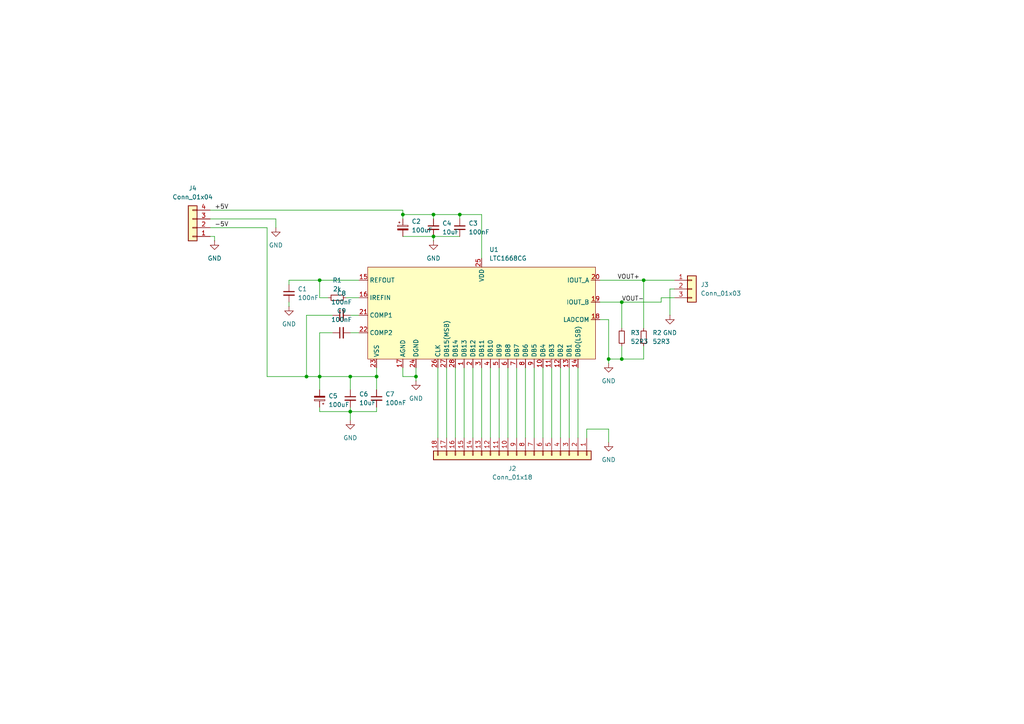
<source format=kicad_sch>
(kicad_sch (version 20231120) (generator "eeschema") (generator_version "8.0")
  (paper "A4")
  (lib_symbols
    (symbol "Connector_Generic:Conn_01x03" (pin_names (offset 1.016) hide)
      (property "Reference" "J" (at 0 5.08 0))
      (property "Value" "Conn_01x03" (at 0 -5.08 0))
      (symbol "Conn_01x03_1_1"
        (rectangle (start -1.27 -2.413) (end 0 -2.667) (stroke (width 0.1524)))
        (rectangle (start -1.27 0.127) (end 0 -0.127) (stroke (width 0.1524)))
        (rectangle (start -1.27 2.667) (end 0 2.413) (stroke (width 0.1524)))
        (rectangle (start -1.27 3.81) (end 1.27 -3.81) (stroke (width 0.254)) (fill (type background)))
        (pin passive line (at -5.08 2.54 0) (length 3.81) (name "Pin_1") (number "1"))
        (pin passive line (at -5.08 0 0) (length 3.81) (name "Pin_2") (number "2"))
        (pin passive line (at -5.08 -2.54 0) (length 3.81) (name "Pin_3") (number "3"))
      )
    )
    (symbol "Connector_Generic:Conn_01x04" (pin_names (offset 1.016) hide)
      (property "Reference" "J" (at 0 5.08 0))
      (property "Value" "Conn_01x04" (at 0 -7.62 0))
      (symbol "Conn_01x04_1_1"
        (rectangle (start -1.27 -4.953) (end 0 -5.207) (stroke (width 0.1524)))
        (rectangle (start -1.27 -2.413) (end 0 -2.667) (stroke (width 0.1524)))
        (rectangle (start -1.27 0.127) (end 0 -0.127) (stroke (width 0.1524)))
        (rectangle (start -1.27 2.667) (end 0 2.413) (stroke (width 0.1524)))
        (rectangle (start -1.27 3.81) (end 1.27 -6.35) (stroke (width 0.254)) (fill (type background)))
        (pin passive line (at -5.08 2.54 0) (length 3.81) (name "Pin_1") (number "1"))
        (pin passive line (at -5.08 0 0) (length 3.81) (name "Pin_2") (number "2"))
        (pin passive line (at -5.08 -2.54 0) (length 3.81) (name "Pin_3") (number "3"))
        (pin passive line (at -5.08 -5.08 0) (length 3.81) (name "Pin_4") (number "4"))
      )
    )
    (symbol "Connector_Generic:Conn_01x18" (pin_names (offset 1.016) hide)
      (property "Reference" "J" (at 0 22.86 0))
      (property "Value" "Conn_01x18" (at 0 -25.4 0))
      (symbol "Conn_01x18_1_1"
        (rectangle (start -1.27 -22.733) (end 0 -22.987) (stroke (width 0.1524)))
        (rectangle (start -1.27 -20.193) (end 0 -20.447) (stroke (width 0.1524)))
        (rectangle (start -1.27 -17.653) (end 0 -17.907) (stroke (width 0.1524)))
        (rectangle (start -1.27 -15.113) (end 0 -15.367) (stroke (width 0.1524)))
        (rectangle (start -1.27 -12.573) (end 0 -12.827) (stroke (width 0.1524)))
        (rectangle (start -1.27 -10.033) (end 0 -10.287) (stroke (width 0.1524)))
        (rectangle (start -1.27 -7.493) (end 0 -7.747) (stroke (width 0.1524)))
        (rectangle (start -1.27 -4.953) (end 0 -5.207) (stroke (width 0.1524)))
        (rectangle (start -1.27 -2.413) (end 0 -2.667) (stroke (width 0.1524)))
        (rectangle (start -1.27 0.127) (end 0 -0.127) (stroke (width 0.1524)))
        (rectangle (start -1.27 2.667) (end 0 2.413) (stroke (width 0.1524)))
        (rectangle (start -1.27 5.207) (end 0 4.953) (stroke (width 0.1524)))
        (rectangle (start -1.27 7.747) (end 0 7.493) (stroke (width 0.1524)))
        (rectangle (start -1.27 10.287) (end 0 10.033) (stroke (width 0.1524)))
        (rectangle (start -1.27 12.827) (end 0 12.573) (stroke (width 0.1524)))
        (rectangle (start -1.27 15.367) (end 0 15.113) (stroke (width 0.1524)))
        (rectangle (start -1.27 17.907) (end 0 17.653) (stroke (width 0.1524)))
        (rectangle (start -1.27 20.447) (end 0 20.193) (stroke (width 0.1524)))
        (rectangle (start -1.27 21.59) (end 1.27 -24.13) (stroke (width 0.254)) (fill (type background)))
        (pin passive line (at -5.08 20.32 0) (length 3.81) (name "Pin_1") (number "1"))
        (pin passive line (at -5.08 -2.54 0) (length 3.81) (name "Pin_10") (number "10"))
        (pin passive line (at -5.08 -5.08 0) (length 3.81) (name "Pin_11") (number "11"))
        (pin passive line (at -5.08 -7.62 0) (length 3.81) (name "Pin_12") (number "12"))
        (pin passive line (at -5.08 -10.16 0) (length 3.81) (name "Pin_13") (number "13"))
        (pin passive line (at -5.08 -12.7 0) (length 3.81) (name "Pin_14") (number "14"))
        (pin passive line (at -5.08 -15.24 0) (length 3.81) (name "Pin_15") (number "15"))
        (pin passive line (at -5.08 -17.78 0) (length 3.81) (name "Pin_16") (number "16"))
        (pin passive line (at -5.08 -20.32 0) (length 3.81) (name "Pin_17") (number "17"))
        (pin passive line (at -5.08 -22.86 0) (length 3.81) (name "Pin_18") (number "18"))
        (pin passive line (at -5.08 17.78 0) (length 3.81) (name "Pin_2") (number "2"))
        (pin passive line (at -5.08 15.24 0) (length 3.81) (name "Pin_3") (number "3"))
        (pin passive line (at -5.08 12.7 0) (length 3.81) (name "Pin_4") (number "4"))
        (pin passive line (at -5.08 10.16 0) (length 3.81) (name "Pin_5") (number "5"))
        (pin passive line (at -5.08 7.62 0) (length 3.81) (name "Pin_6") (number "6"))
        (pin passive line (at -5.08 5.08 0) (length 3.81) (name "Pin_7") (number "7"))
        (pin passive line (at -5.08 2.54 0) (length 3.81) (name "Pin_8") (number "8"))
        (pin passive line (at -5.08 0 0) (length 3.81) (name "Pin_9") (number "9"))
      )
    )
    (symbol "Device:C_Polarized_Small" (pin_numbers hide) (pin_names (offset 0.254) hide)
      (property "Reference" "C" (at 0.254 1.778 0))
      (property "Value" "C_Polarized_Small" (at 0.254 -2.032 0))
      (symbol "C_Polarized_Small_0_1"
        (rectangle (start -1.524 -0.3048) (end 1.524 -0.6858) (fill (type outline)))
        (rectangle (start -1.524 0.6858) (end 1.524 0.3048))
        (polyline (pts (xy -1.27 1.524) (xy -0.762 1.524)))
        (polyline (pts (xy -1.016 1.27) (xy -1.016 1.778)))
      )
      (symbol "C_Polarized_Small_1_1"
        (pin passive line (at 0 2.54 270) (length 1.8542) (name "~") (number "1"))
        (pin passive line (at 0 -2.54 90) (length 1.8542) (name "~") (number "2"))
      )
    )
    (symbol "Device:C_Small" (pin_numbers hide) (pin_names (offset 0.254) hide)
      (property "Reference" "C" (at 0.254 1.778 0))
      (property "Value" "C_Small" (at 0.254 -2.032 0))
      (symbol "C_Small_0_1"
        (polyline (pts (xy -1.524 -0.508) (xy 1.524 -0.508)) (stroke (width 0.3302)))
        (polyline (pts (xy -1.524 0.508) (xy 1.524 0.508)) (stroke (width 0.3048)))
      )
      (symbol "C_Small_1_1"
        (pin passive line (at 0 2.54 270) (length 2.032) (name "~") (number "1"))
        (pin passive line (at 0 -2.54 90) (length 2.032) (name "~") (number "2"))
      )
    )
    (symbol "Device:R_Small" (pin_numbers hide) (pin_names (offset 0.254) hide)
      (property "Reference" "R" (at 0.762 0.508 0))
      (property "Value" "R_Small" (at 0.762 -1.016 0))
      (symbol "R_Small_0_1"
        (rectangle (start -0.762 1.778) (end 0.762 -1.778) (stroke (width 0.2032)))
      )
      (symbol "R_Small_1_1"
        (pin passive line (at 0 2.54 270) (length 0.762) (name "~") (number "1"))
        (pin passive line (at 0 -2.54 90) (length 0.762) (name "~") (number "2"))
      )
    )
    (symbol "JRIX DAC:LTC1668CG"
      (property "Reference" "U" (at 35.814 8.89 0))
      (property "Value" "LTC1668CG" (at 35.814 6.35 0))
      (symbol "LTC1668CG_0_0"
        (pin bidirectional line (at 30.48 -10.16 90) (length 2.54) (name "DB13") (number "1"))
        (pin bidirectional line (at 53.34 -10.16 90) (length 2.54) (name "DB4") (number "10"))
        (pin bidirectional line (at 55.88 -10.16 90) (length 2.54) (name "DB3") (number "11"))
        (pin bidirectional line (at 58.42 -10.16 90) (length 2.54) (name "DB2") (number "12"))
        (pin bidirectional line (at 60.96 -10.16 90) (length 2.54) (name "DB1") (number "13"))
        (pin bidirectional line (at 63.5 -10.16 90) (length 2.54) (name "DB0(LSB)") (number "14"))
        (pin output line (at 0 15.24 0) (length 2.54) (name "REFOUT") (number "15"))
        (pin input line (at 0 10.16 0) (length 2.54) (name "IREFIN") (number "16"))
        (pin power_out line (at 12.7 -10.16 90) (length 2.54) (name "AGND") (number "17"))
        (pin bidirectional line (at 69.85 3.81 180) (length 2.54) (name "LADCOM") (number "18"))
        (pin output line (at 69.85 8.89 180) (length 2.54) (name "IOUT_B") (number "19"))
        (pin bidirectional line (at 33.02 -10.16 90) (length 2.54) (name "DB12") (number "2"))
        (pin output line (at 69.85 15.24 180) (length 2.54) (name "IOUT_A") (number "20"))
        (pin bidirectional line (at 0 5.08 0) (length 2.54) (name "COMP1") (number "21"))
        (pin bidirectional line (at 0 0 0) (length 2.54) (name "COMP2") (number "22"))
        (pin power_out line (at 5.08 -10.16 90) (length 2.54) (name "VSS") (number "23"))
        (pin power_out line (at 16.51 -10.16 90) (length 2.54) (name "DGND") (number "24"))
        (pin power_in line (at 35.56 21.59 270) (length 2.54) (name "VDD") (number "25"))
        (pin input line (at 22.86 -10.16 90) (length 2.54) (name "CLK") (number "26"))
        (pin bidirectional line (at 25.4 -10.16 90) (length 2.54) (name "DB15(MSB)") (number "27"))
        (pin bidirectional line (at 27.94 -10.16 90) (length 2.54) (name "DB14") (number "28"))
        (pin bidirectional line (at 35.56 -10.16 90) (length 2.54) (name "DB11") (number "3"))
        (pin bidirectional line (at 38.1 -10.16 90) (length 2.54) (name "DB10") (number "4"))
        (pin bidirectional line (at 40.64 -10.16 90) (length 2.54) (name "DB9") (number "5"))
        (pin bidirectional line (at 43.18 -10.16 90) (length 2.54) (name "DB8") (number "6"))
        (pin bidirectional line (at 45.72 -10.16 90) (length 2.54) (name "DB7") (number "7"))
        (pin bidirectional line (at 48.26 -10.16 90) (length 2.54) (name "DB6") (number "8"))
        (pin bidirectional line (at 50.8 -10.16 90) (length 2.54) (name "DB5") (number "9"))
      )
      (symbol "LTC1668CG_1_1"
        (rectangle (start 2.54 19.05) (end 68.58 -7.62) (fill (type background)))
      )
    )
    (symbol "power:GND" (power) (pin_numbers hide) (pin_names (offset 0) hide)
      (property "Value" "GND" (at 0 -3.81 0))
      (symbol "GND_0_1"
        (polyline (pts (xy 0 0) (xy 0 -1.27) (xy 1.27 -1.27) (xy 0 -2.54) (xy -1.27 -1.27) (xy 0 -1.27)))
      )
      (symbol "GND_1_1"
        (pin power_in line (at 0 0 270) (length 0) (name "~") (number "1"))
      )
    )
  )
  (junction (at 116.84 62.23))
  (junction (at 180.34 104.14))
  (junction (at 88.9 109.22))
  (junction (at 92.71 81.28))
  (junction (at 109.22 109.22))
  (junction (at 125.73 62.23))
  (junction (at 133.35 62.23))
  (junction (at 92.71 109.22))
  (junction (at 120.65 109.22))
  (junction (at 101.6 119.38))
  (junction (at 176.53 104.14))
  (junction (at 101.6 109.22))
  (junction (at 180.34 87.63))
  (junction (at 186.69 81.28))
  (junction (at 125.73 68.58))
  (wire (pts (xy 101.6 113.03) (xy 101.6 109.22)))
  (wire (pts (xy 191.77 87.63) (xy 180.34 87.63)))
  (wire (pts (xy 83.82 87.63) (xy 83.82 88.9)))
  (wire (pts (xy 101.6 119.38) (xy 101.6 121.92)))
  (wire (pts (xy 109.22 109.22) (xy 109.22 113.03)))
  (wire (pts (xy 191.77 86.36) (xy 191.77 87.63)))
  (wire (pts (xy 137.16 106.68) (xy 137.16 127)))
  (wire (pts (xy 173.99 92.71) (xy 176.53 92.71)))
  (wire (pts (xy 167.64 106.68) (xy 167.64 127)))
  (wire (pts (xy 101.6 91.44) (xy 104.14 91.44)))
  (wire (pts (xy 162.56 106.68) (xy 162.56 127)))
  (wire (pts (xy 116.84 62.23) (xy 116.84 63.5)))
  (wire (pts (xy 62.23 69.85) (xy 62.23 68.58)))
  (wire (pts (xy 132.08 106.68) (xy 132.08 127)))
  (wire (pts (xy 125.73 62.23) (xy 116.84 62.23)))
  (wire (pts (xy 194.31 83.82) (xy 194.31 91.44)))
  (wire (pts (xy 127 106.68) (xy 127 127)))
  (wire (pts (xy 92.71 119.38) (xy 92.71 118.11)))
  (wire (pts (xy 92.71 109.22) (xy 92.71 96.52)))
  (wire (pts (xy 125.73 68.58) (xy 125.73 69.85)))
  (wire (pts (xy 116.84 106.68) (xy 116.84 109.22)))
  (wire (pts (xy 116.84 109.22) (xy 120.65 109.22)))
  (wire (pts (xy 147.32 106.68) (xy 147.32 127)))
  (wire (pts (xy 104.14 81.28) (xy 92.71 81.28)))
  (wire (pts (xy 116.84 60.96) (xy 116.84 62.23)))
  (wire (pts (xy 152.4 106.68) (xy 152.4 127)))
  (wire (pts (xy 173.99 81.28) (xy 186.69 81.28)))
  (wire (pts (xy 157.48 106.68) (xy 157.48 127)))
  (wire (pts (xy 144.78 106.68) (xy 144.78 127)))
  (wire (pts (xy 139.7 106.68) (xy 139.7 127)))
  (wire (pts (xy 120.65 109.22) (xy 120.65 110.49)))
  (wire (pts (xy 180.34 104.14) (xy 176.53 104.14)))
  (wire (pts (xy 92.71 109.22) (xy 92.71 113.03)))
  (wire (pts (xy 165.1 106.68) (xy 165.1 127)))
  (wire (pts (xy 154.94 106.68) (xy 154.94 127)))
  (wire (pts (xy 180.34 100.33) (xy 180.34 104.14)))
  (wire (pts (xy 133.35 62.23) (xy 133.35 63.5)))
  (wire (pts (xy 186.69 104.14) (xy 180.34 104.14)))
  (wire (pts (xy 92.71 86.36) (xy 95.25 86.36)))
  (wire (pts (xy 88.9 109.22) (xy 92.71 109.22)))
  (wire (pts (xy 170.18 127) (xy 170.18 124.46)))
  (wire (pts (xy 101.6 109.22) (xy 92.71 109.22)))
  (wire (pts (xy 101.6 118.11) (xy 101.6 119.38)))
  (wire (pts (xy 101.6 96.52) (xy 104.14 96.52)))
  (wire (pts (xy 83.82 81.28) (xy 92.71 81.28)))
  (wire (pts (xy 109.22 118.11) (xy 109.22 119.38)))
  (wire (pts (xy 109.22 106.68) (xy 109.22 109.22)))
  (wire (pts (xy 195.58 83.82) (xy 194.31 83.82)))
  (wire (pts (xy 186.69 100.33) (xy 186.69 104.14)))
  (wire (pts (xy 116.84 68.58) (xy 125.73 68.58)))
  (wire (pts (xy 120.65 106.68) (xy 120.65 109.22)))
  (wire (pts (xy 176.53 92.71) (xy 176.53 104.14)))
  (wire (pts (xy 186.69 81.28) (xy 195.58 81.28)))
  (wire (pts (xy 101.6 109.22) (xy 109.22 109.22)))
  (wire (pts (xy 96.52 91.44) (xy 88.9 91.44)))
  (wire (pts (xy 149.86 106.68) (xy 149.86 127)))
  (wire (pts (xy 83.82 82.55) (xy 83.82 81.28)))
  (wire (pts (xy 92.71 81.28) (xy 92.71 86.36)))
  (wire (pts (xy 80.01 63.5) (xy 80.01 66.04)))
  (wire (pts (xy 88.9 91.44) (xy 88.9 109.22)))
  (wire (pts (xy 62.23 68.58) (xy 60.96 68.58)))
  (wire (pts (xy 133.35 62.23) (xy 125.73 62.23)))
  (wire (pts (xy 180.34 87.63) (xy 180.34 95.25)))
  (wire (pts (xy 60.96 66.04) (xy 77.47 66.04)))
  (wire (pts (xy 139.7 74.93) (xy 139.7 62.23)))
  (wire (pts (xy 101.6 119.38) (xy 92.71 119.38)))
  (wire (pts (xy 77.47 109.22) (xy 88.9 109.22)))
  (wire (pts (xy 139.7 62.23) (xy 133.35 62.23)))
  (wire (pts (xy 176.53 104.14) (xy 176.53 105.41)))
  (wire (pts (xy 129.54 106.68) (xy 129.54 127)))
  (wire (pts (xy 170.18 124.46) (xy 176.53 124.46)))
  (wire (pts (xy 60.96 63.5) (xy 80.01 63.5)))
  (wire (pts (xy 100.33 86.36) (xy 104.14 86.36)))
  (wire (pts (xy 186.69 81.28) (xy 186.69 95.25)))
  (wire (pts (xy 92.71 96.52) (xy 96.52 96.52)))
  (wire (pts (xy 60.96 60.96) (xy 116.84 60.96)))
  (wire (pts (xy 160.02 106.68) (xy 160.02 127)))
  (wire (pts (xy 125.73 62.23) (xy 125.73 63.5)))
  (wire (pts (xy 142.24 106.68) (xy 142.24 127)))
  (wire (pts (xy 176.53 124.46) (xy 176.53 128.27)))
  (wire (pts (xy 195.58 86.36) (xy 191.77 86.36)))
  (wire (pts (xy 134.62 106.68) (xy 134.62 127)))
  (wire (pts (xy 173.99 87.63) (xy 180.34 87.63)))
  (wire (pts (xy 125.73 68.58) (xy 133.35 68.58)))
  (wire (pts (xy 77.47 66.04) (xy 77.47 109.22)))
  (wire (pts (xy 101.6 119.38) (xy 109.22 119.38)))
  (label "VOUT+" (at 179.07 81.28 0))
  (label "VOUT-" (at 180.34 87.63 0))
  (label "+5V" (at 62.23 60.96 0))
  (label "-5V" (at 62.23 66.04 0))
  (symbol (lib_id "power:GND") (at 194.31 91.44 0) (unit 1)
    (property "Reference" "#PWR08" (effects (hide yes)))
    (property "Value" "GND" (at 194.31 96.52 0))
    (property "Description" "Power symbol creates a global label with name \"GND\" , ground" (effects (hide yes)))
  )
  (symbol (lib_id "Device:R_Small") (at 186.69 97.79 180) (unit 1)
    (property "Reference" "R2" (at 189.23 96.5199 0) (effects (justify right)))
    (property "Value" "52R3" (at 189.23 99.0599 0) (effects (justify right)))
    (property "Footprint" "Resistor_SMD:R_0805_2012Metric_Pad1.20x1.40mm_HandSolder" (effects (hide yes)))
    (property "Description" "Resistor, small symbol" (effects (hide yes)))
  )
  (symbol (lib_id "power:GND") (at 101.6 121.92 0) (unit 1)
    (property "Reference" "#PWR04" (effects (hide yes)))
    (property "Value" "GND" (at 101.6 127 0))
    (property "Description" "Power symbol creates a global label with name \"GND\" , ground" (effects (hide yes)))
  )
  (symbol (lib_id "Device:C_Small") (at 133.35 66.04 0) (unit 1)
    (property "Reference" "C3" (at 135.89 64.7762 0) (effects (justify left)))
    (property "Value" "100nF" (at 135.89 67.3162 0) (effects (justify left)))
    (property "Footprint" "Capacitor_SMD:C_0805_2012Metric_Pad1.18x1.45mm_HandSolder" (effects (hide yes)))
    (property "Description" "Unpolarized capacitor, small symbol" (effects (hide yes)))
  )
  (symbol (lib_id "Device:C_Small") (at 99.06 91.44 90) (unit 1)
    (property "Reference" "C8" (at 99.0663 85.09 90))
    (property "Value" "100nF" (at 99.0663 87.63 90))
    (property "Footprint" "Capacitor_SMD:C_0805_2012Metric_Pad1.18x1.45mm_HandSolder" (effects (hide yes)))
    (property "Description" "Unpolarized capacitor, small symbol" (effects (hide yes)))
  )
  (symbol (lib_id "Device:C_Small") (at 125.73 66.04 0) (unit 1)
    (property "Reference" "C4" (at 128.27 64.7762 0) (effects (justify left)))
    (property "Value" "10uF" (at 128.27 67.3162 0) (effects (justify left)))
    (property "Footprint" "Capacitor_SMD:C_1206_3216Metric_Pad1.33x1.80mm_HandSolder" (effects (hide yes)))
    (property "Description" "Unpolarized capacitor, small symbol" (effects (hide yes)))
  )
  (symbol (lib_id "Device:C_Small") (at 101.6 115.57 0) (unit 1)
    (property "Reference" "C6" (at 104.14 114.3062 0) (effects (justify left)))
    (property "Value" "10uF" (at 104.14 116.8462 0) (effects (justify left)))
    (property "Footprint" "Capacitor_SMD:C_1206_3216Metric_Pad1.33x1.80mm_HandSolder" (effects (hide yes)))
    (property "Description" "Unpolarized capacitor, small symbol" (effects (hide yes)))
  )
  (symbol (lib_id "Connector_Generic:Conn_01x03") (at 200.66 83.82 0) (unit 1)
    (property "Reference" "J3" (at 203.2 82.5499 0) (effects (justify left)))
    (property "Value" "Conn_01x03" (at 203.2 85.0899 0) (effects (justify left)))
    (property "Footprint" "Connector_PinHeader_2.54mm:PinHeader_1x03_P2.54mm_Vertical" (effects (hide yes)))
    (property "Description" "Generic connector, single row, 01x03, script generated (kicad-library-utils/schlib/autogen/connector/)" (effects (hide yes)))
  )
  (symbol (lib_id "Connector_Generic:Conn_01x18") (at 149.86 132.08 270) (unit 1)
    (property "Reference" "J2" (at 148.59 135.89 90))
    (property "Value" "Conn_01x18" (at 148.59 138.43 90))
    (property "Footprint" "Connector_PinHeader_2.54mm:PinHeader_1x18_P2.54mm_Vertical" (effects (hide yes)))
    (property "Description" "Generic connector, single row, 01x18, script generated (kicad-library-utils/schlib/autogen/connector/)" (effects (hide yes)))
  )
  (symbol (lib_id "power:GND") (at 62.23 69.85 0) (unit 1)
    (property "Reference" "#PWR03" (effects (hide yes)))
    (property "Value" "GND" (at 62.23 74.93 0))
    (property "Description" "Power symbol creates a global label with name \"GND\" , ground" (effects (hide yes)))
  )
  (symbol (lib_id "Device:R_Small") (at 180.34 97.79 180) (unit 1)
    (property "Reference" "R3" (at 182.88 96.5199 0) (effects (justify right)))
    (property "Value" "52R3" (at 182.88 99.0599 0) (effects (justify right)))
    (property "Footprint" "Resistor_SMD:R_0805_2012Metric_Pad1.20x1.40mm_HandSolder" (effects (hide yes)))
    (property "Description" "Resistor, small symbol" (effects (hide yes)))
  )
  (symbol (lib_id "power:GND") (at 176.53 105.41 0) (unit 1)
    (property "Reference" "#PWR07" (effects (hide yes)))
    (property "Value" "GND" (at 176.53 110.49 0))
    (property "Description" "Power symbol creates a global label with name \"GND\" , ground" (effects (hide yes)))
  )
  (symbol (lib_id "Device:C_Small") (at 109.22 115.57 0) (unit 1)
    (property "Reference" "C7" (at 111.76 114.3062 0) (effects (justify left)))
    (property "Value" "100nF" (at 111.76 116.8462 0) (effects (justify left)))
    (property "Footprint" "Capacitor_SMD:C_0805_2012Metric_Pad1.18x1.45mm_HandSolder" (effects (hide yes)))
    (property "Description" "Unpolarized capacitor, small symbol" (effects (hide yes)))
  )
  (symbol (lib_id "Device:C_Small") (at 99.06 96.52 90) (unit 1)
    (property "Reference" "C9" (at 99.0663 90.17 90))
    (property "Value" "100nF" (at 99.0663 92.71 90))
    (property "Footprint" "Capacitor_SMD:C_0805_2012Metric_Pad1.18x1.45mm_HandSolder" (effects (hide yes)))
    (property "Description" "Unpolarized capacitor, small symbol" (effects (hide yes)))
  )
  (symbol (lib_id "Device:C_Polarized_Small") (at 116.84 66.04 0) (unit 1)
    (property "Reference" "C2" (at 119.38 64.2238 0) (effects (justify left)))
    (property "Value" "100uF" (at 119.38 66.7638 0) (effects (justify left)))
    (property "Footprint" "Capacitor_THT:CP_Radial_D6.3mm_P2.50mm" (effects (hide yes)))
    (property "Description" "Polarized capacitor, small symbol" (effects (hide yes)))
  )
  (symbol (lib_id "power:GND") (at 80.01 66.04 0) (unit 1)
    (property "Reference" "#PWR02" (effects (hide yes)))
    (property "Value" "GND" (at 80.01 71.12 0))
    (property "Description" "Power symbol creates a global label with name \"GND\" , ground" (effects (hide yes)))
  )
  (symbol (lib_id "Device:C_Small") (at 83.82 85.09 0) (unit 1)
    (property "Reference" "C1" (at 86.36 83.8262 0) (effects (justify left)))
    (property "Value" "100nF" (at 86.36 86.3662 0) (effects (justify left)))
    (property "Footprint" "Capacitor_SMD:C_0805_2012Metric_Pad1.18x1.45mm_HandSolder" (effects (hide yes)))
    (property "Description" "Unpolarized capacitor, small symbol" (effects (hide yes)))
  )
  (symbol (lib_id "Connector_Generic:Conn_01x04") (at 55.88 66.04 180) (unit 1)
    (property "Reference" "J4" (at 55.88 54.61 0))
    (property "Value" "Conn_01x04" (at 55.88 57.15 0))
    (property "Footprint" "Connector_PinHeader_2.54mm:PinHeader_1x04_P2.54mm_Vertical" (effects (hide yes)))
    (property "Description" "Generic connector, single row, 01x04, script generated (kicad-library-utils/schlib/autogen/connector/)" (effects (hide yes)))
  )
  (symbol (lib_id "Device:C_Polarized_Small") (at 92.71 115.57 180) (unit 1)
    (property "Reference" "C5" (at 95.25 114.846 0) (effects (justify right)))
    (property "Value" "100uF" (at 95.25 117.386 0) (effects (justify right)))
    (property "Footprint" "Capacitor_THT:CP_Radial_D6.3mm_P2.50mm" (effects (hide yes)))
    (property "Description" "Polarized capacitor, small symbol" (effects (hide yes)))
  )
  (symbol (lib_id "Device:R_Small") (at 97.79 86.36 90) (unit 1)
    (property "Reference" "R1" (at 97.79 81.28 90))
    (property "Value" "2k" (at 97.79 83.82 90))
    (property "Footprint" "Resistor_SMD:R_0805_2012Metric_Pad1.20x1.40mm_HandSolder" (effects (hide yes)))
    (property "Description" "Resistor, small symbol" (effects (hide yes)))
  )
  (symbol (lib_id "power:GND") (at 176.53 128.27 0) (unit 1)
    (property "Reference" "#PWR09" (effects (hide yes)))
    (property "Value" "GND" (at 176.53 133.35 0))
    (property "Description" "Power symbol creates a global label with name \"GND\" , ground" (effects (hide yes)))
  )
  (symbol (lib_id "power:GND") (at 125.73 69.85 0) (unit 1)
    (property "Reference" "#PWR01" (effects (hide yes)))
    (property "Value" "GND" (at 125.73 74.93 0))
    (property "Description" "Power symbol creates a global label with name \"GND\" , ground" (effects (hide yes)))
  )
  (symbol (lib_id "power:GND") (at 83.82 88.9 0) (unit 1)
    (property "Reference" "#PWR05" (effects (hide yes)))
    (property "Value" "GND" (at 83.82 93.98 0))
    (property "Description" "Power symbol creates a global label with name \"GND\" , ground" (effects (hide yes)))
  )
  (symbol (lib_id "power:GND") (at 120.65 110.49 0) (unit 1)
    (property "Reference" "#PWR06" (effects (hide yes)))
    (property "Value" "GND" (at 120.65 115.57 0))
    (property "Description" "Power symbol creates a global label with name \"GND\" , ground" (effects (hide yes)))
  )
  (symbol (lib_id "JRIX DAC:LTC1668CG") (at 104.14 96.52 0) (unit 1)
    (property "Reference" "U1" (at 141.8941 72.39 0) (effects (justify left)))
    (property "Value" "LTC1668CG" (at 141.8941 74.93 0) (effects (justify left)))
    (property "Footprint" "Package_SO:SSOP-28_5.3x10.2mm_P0.65mm" (effects (hide yes)))
    (property "Datasheet" "https://www.mouser.dk/datasheet/2/609/166678f-2953854.pdf" (effects (hide yes)))
    (property "Description" "Digital to Analog Converters - DAC 16-B, 50Msps DAC" (effects (hide yes)))
  )
)
</source>
